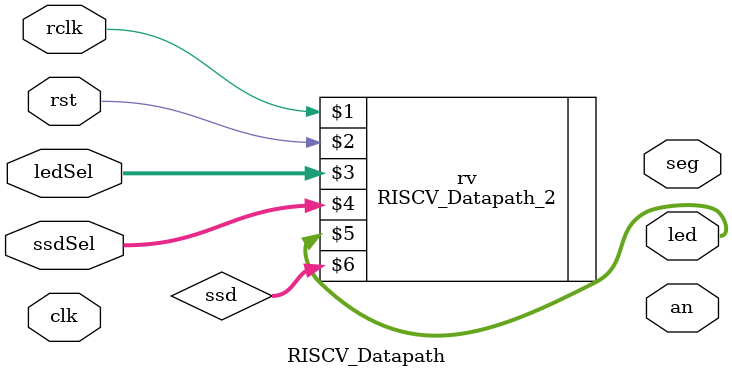
<source format=v>


`timescale 1ns/1ns

module RISCV_Datapath (
    input clk, 
    input rclk, 
    input rst, 
    input [1:0] ledSel, 
    input [3:0] ssdSel,
    output [15:0] led, 
    output [3:0] an, 
    output [6:0] seg
);

    wire [12:0] ssd;

    RISCV_Datapath_2 rv(rclk,rst,ledSel,ssdSel,led,ssd);
    //SSDDriver sd(clk,ssd,an,seg);
endmodule


</source>
